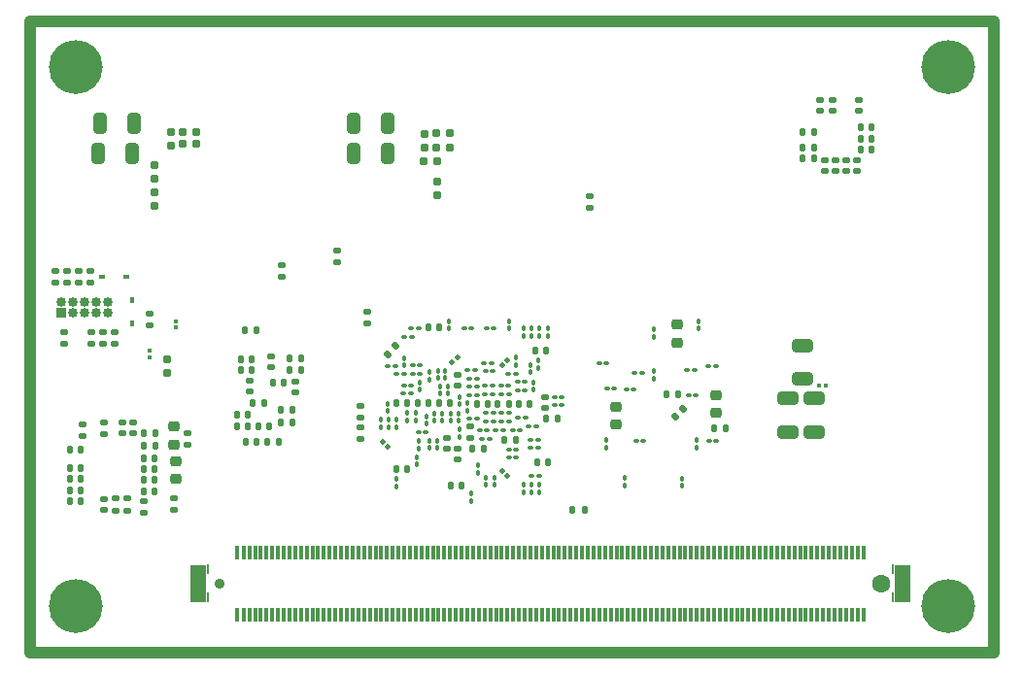
<source format=gbr>
%TF.GenerationSoftware,KiCad,Pcbnew,7.99.0-2419-g7f14b70ac3*%
%TF.CreationDate,2023-09-02T02:09:12+02:00*%
%TF.ProjectId,DQBSC,44514253-432e-46b6-9963-61645f706362,rev?*%
%TF.SameCoordinates,Original*%
%TF.FileFunction,Soldermask,Bot*%
%TF.FilePolarity,Negative*%
%FSLAX46Y46*%
G04 Gerber Fmt 4.6, Leading zero omitted, Abs format (unit mm)*
G04 Created by KiCad (PCBNEW 7.99.0-2419-g7f14b70ac3) date 2023-09-02 02:09:12*
%MOMM*%
%LPD*%
G01*
G04 APERTURE LIST*
G04 Aperture macros list*
%AMRoundRect*
0 Rectangle with rounded corners*
0 $1 Rounding radius*
0 $2 $3 $4 $5 $6 $7 $8 $9 X,Y pos of 4 corners*
0 Add a 4 corners polygon primitive as box body*
4,1,4,$2,$3,$4,$5,$6,$7,$8,$9,$2,$3,0*
0 Add four circle primitives for the rounded corners*
1,1,$1+$1,$2,$3*
1,1,$1+$1,$4,$5*
1,1,$1+$1,$6,$7*
1,1,$1+$1,$8,$9*
0 Add four rect primitives between the rounded corners*
20,1,$1+$1,$2,$3,$4,$5,0*
20,1,$1+$1,$4,$5,$6,$7,0*
20,1,$1+$1,$6,$7,$8,$9,0*
20,1,$1+$1,$8,$9,$2,$3,0*%
G04 Aperture macros list end*
%ADD10C,1.000000*%
%ADD11R,0.850000X0.850000*%
%ADD12O,0.850000X0.850000*%
%ADD13C,3.100000*%
%ADD14C,4.700000*%
%ADD15RoundRect,0.140000X-0.170000X0.140000X-0.170000X-0.140000X0.170000X-0.140000X0.170000X0.140000X0*%
%ADD16RoundRect,0.135000X-0.135000X-0.185000X0.135000X-0.185000X0.135000X0.185000X-0.135000X0.185000X0*%
%ADD17RoundRect,0.100000X0.130000X0.100000X-0.130000X0.100000X-0.130000X-0.100000X0.130000X-0.100000X0*%
%ADD18RoundRect,0.135000X-0.185000X0.135000X-0.185000X-0.135000X0.185000X-0.135000X0.185000X0.135000X0*%
%ADD19RoundRect,0.160000X-0.197500X-0.160000X0.197500X-0.160000X0.197500X0.160000X-0.197500X0.160000X0*%
%ADD20RoundRect,0.140000X0.140000X0.170000X-0.140000X0.170000X-0.140000X-0.170000X0.140000X-0.170000X0*%
%ADD21RoundRect,0.160000X0.197500X0.160000X-0.197500X0.160000X-0.197500X-0.160000X0.197500X-0.160000X0*%
%ADD22RoundRect,0.100000X0.100000X-0.130000X0.100000X0.130000X-0.100000X0.130000X-0.100000X-0.130000X0*%
%ADD23RoundRect,0.135000X0.135000X0.185000X-0.135000X0.185000X-0.135000X-0.185000X0.135000X-0.185000X0*%
%ADD24RoundRect,0.140000X-0.140000X-0.170000X0.140000X-0.170000X0.140000X0.170000X-0.140000X0.170000X0*%
%ADD25C,1.600000*%
%ADD26C,0.900000*%
%ADD27R,1.400000X3.300000*%
%ADD28R,0.250000X0.850000*%
%ADD29R,0.450000X1.200000*%
%ADD30R,0.300000X1.200000*%
%ADD31RoundRect,0.100000X-0.100000X0.130000X-0.100000X-0.130000X0.100000X-0.130000X0.100000X0.130000X0*%
%ADD32RoundRect,0.100000X-0.130000X-0.100000X0.130000X-0.100000X0.130000X0.100000X-0.130000X0.100000X0*%
%ADD33R,0.320000X0.360000*%
%ADD34RoundRect,0.135000X0.185000X-0.135000X0.185000X0.135000X-0.185000X0.135000X-0.185000X-0.135000X0*%
%ADD35RoundRect,0.140000X0.170000X-0.140000X0.170000X0.140000X-0.170000X0.140000X-0.170000X-0.140000X0*%
%ADD36RoundRect,0.225000X-0.250000X0.225000X-0.250000X-0.225000X0.250000X-0.225000X0.250000X0.225000X0*%
%ADD37RoundRect,0.250000X0.325000X0.650000X-0.325000X0.650000X-0.325000X-0.650000X0.325000X-0.650000X0*%
%ADD38RoundRect,0.160000X-0.160000X0.197500X-0.160000X-0.197500X0.160000X-0.197500X0.160000X0.197500X0*%
%ADD39RoundRect,0.218750X-0.256250X0.218750X-0.256250X-0.218750X0.256250X-0.218750X0.256250X0.218750X0*%
%ADD40RoundRect,0.160000X0.160000X-0.197500X0.160000X0.197500X-0.160000X0.197500X-0.160000X-0.197500X0*%
%ADD41RoundRect,0.250000X0.650000X-0.325000X0.650000X0.325000X-0.650000X0.325000X-0.650000X-0.325000X0*%
%ADD42RoundRect,0.100000X-0.021213X-0.162635X0.162635X0.021213X0.021213X0.162635X-0.162635X-0.021213X0*%
%ADD43R,0.600000X0.450000*%
%ADD44RoundRect,0.250000X-0.650000X0.325000X-0.650000X-0.325000X0.650000X-0.325000X0.650000X0.325000X0*%
%ADD45RoundRect,0.225000X0.250000X-0.225000X0.250000X0.225000X-0.250000X0.225000X-0.250000X-0.225000X0*%
%ADD46RoundRect,0.100000X-0.162635X0.021213X0.021213X-0.162635X0.162635X-0.021213X-0.021213X0.162635X0*%
%ADD47RoundRect,0.135000X0.035355X-0.226274X0.226274X-0.035355X-0.035355X0.226274X-0.226274X0.035355X0*%
%ADD48R,0.450000X0.600000*%
%ADD49R,0.360000X0.320000*%
%ADD50RoundRect,0.100000X0.162635X-0.021213X-0.021213X0.162635X-0.162635X0.021213X0.021213X-0.162635X0*%
G04 APERTURE END LIST*
D10*
X57565481Y-77545014D02*
X141565481Y-77545014D01*
X141565481Y-132545014D01*
X57565481Y-132545014D01*
X57565481Y-77545014D01*
D11*
%TO.C,J2*%
X60309281Y-102983614D03*
D12*
X60309281Y-101983614D03*
X61309281Y-102983614D03*
X61309281Y-101983614D03*
X62309281Y-102983614D03*
X62309281Y-101983614D03*
X63309281Y-102983614D03*
X63309281Y-101983614D03*
X64309281Y-102983614D03*
X64309281Y-101983614D03*
%TD*%
D13*
%TO.C,H3*%
X61565481Y-81545014D03*
D14*
X61565481Y-81545014D03*
%TD*%
D13*
%TO.C,H1*%
X137565481Y-81545014D03*
D14*
X137565481Y-81545014D03*
%TD*%
D13*
%TO.C,H2*%
X61565481Y-128545014D03*
D14*
X61565481Y-128545014D03*
%TD*%
D13*
%TO.C,H4*%
X137565481Y-128545014D03*
D14*
X137565481Y-128545014D03*
%TD*%
D15*
%TO.C,C104*%
X93893000Y-113869200D03*
X93893000Y-114829200D03*
%TD*%
D16*
%TO.C,R17*%
X80159481Y-107961014D03*
X81179481Y-107961014D03*
%TD*%
D17*
%TO.C,C178*%
X97913495Y-112433020D03*
X97273495Y-112433020D03*
%TD*%
D18*
%TO.C,R9*%
X86320000Y-111080400D03*
X86320000Y-112100400D03*
%TD*%
D19*
%TO.C,R20*%
X70816000Y-88226000D03*
X72011000Y-88226000D03*
%TD*%
D20*
%TO.C,C261*%
X125873462Y-88557528D03*
X124913462Y-88557528D03*
%TD*%
D21*
%TO.C,R35*%
X93041000Y-89750000D03*
X91846000Y-89750000D03*
%TD*%
D22*
%TO.C,C347*%
X101258715Y-104943790D03*
X101258715Y-104303790D03*
%TD*%
D23*
%TO.C,R18*%
X79260000Y-114225000D03*
X78240000Y-114225000D03*
%TD*%
D24*
%TO.C,C185*%
X77445000Y-112825000D03*
X78405000Y-112825000D03*
%TD*%
D17*
%TO.C,C172*%
X99911205Y-115569920D03*
X99271205Y-115569920D03*
%TD*%
D15*
%TO.C,C266*%
X129643462Y-89627528D03*
X129643462Y-90587528D03*
%TD*%
D18*
%TO.C,R62*%
X84352481Y-97545014D03*
X84352481Y-98565014D03*
%TD*%
D22*
%TO.C,C131*%
X92068000Y-112619200D03*
X92068000Y-111979200D03*
%TD*%
%TO.C,C175*%
X99921405Y-107494585D03*
X99921405Y-106854585D03*
%TD*%
D25*
%TO.C,J1*%
X131765481Y-126545014D03*
D26*
X74065481Y-126545014D03*
D27*
X133615481Y-126545014D03*
D28*
X132790481Y-125320014D03*
X132790481Y-127770014D03*
D27*
X72215481Y-126545014D03*
D28*
X73040481Y-125320014D03*
X73040481Y-127770014D03*
D29*
X75590481Y-123845014D03*
D30*
X76165481Y-123845014D03*
X76665481Y-123845014D03*
X77165481Y-123845014D03*
X77665481Y-123845014D03*
X78165481Y-123845014D03*
X78665481Y-123845014D03*
X79165481Y-123845014D03*
X79665481Y-123845014D03*
X80165481Y-123845014D03*
X80665481Y-123845014D03*
X81165481Y-123845014D03*
X81665481Y-123845014D03*
X82165481Y-123845014D03*
X82665481Y-123845014D03*
X83165481Y-123845014D03*
X83665481Y-123845014D03*
X84165481Y-123845014D03*
X84665481Y-123845014D03*
X85165481Y-123845014D03*
X85665481Y-123845014D03*
X86165481Y-123845014D03*
X86665481Y-123845014D03*
X87165481Y-123845014D03*
X87665481Y-123845014D03*
X88165481Y-123845014D03*
X88665481Y-123845014D03*
X89165481Y-123845014D03*
X89665481Y-123845014D03*
X90165481Y-123845014D03*
X90665481Y-123845014D03*
X91165481Y-123845014D03*
X91665481Y-123845014D03*
X92165481Y-123845014D03*
X92665481Y-123845014D03*
X93165481Y-123845014D03*
X93665481Y-123845014D03*
X94165481Y-123845014D03*
X94665481Y-123845014D03*
X95165481Y-123845014D03*
X95665481Y-123845014D03*
X96165481Y-123845014D03*
X96665481Y-123845014D03*
X97165481Y-123845014D03*
X97665481Y-123845014D03*
X98165481Y-123845014D03*
X98665481Y-123845014D03*
X99165481Y-123845014D03*
X99665481Y-123845014D03*
X100165481Y-123845014D03*
X100665481Y-123845014D03*
X101165481Y-123845014D03*
X101665481Y-123845014D03*
X102165481Y-123845014D03*
X102665481Y-123845014D03*
X103165481Y-123845014D03*
X103665481Y-123845014D03*
X104165481Y-123845014D03*
X104665481Y-123845014D03*
X105165481Y-123845014D03*
X105665481Y-123845014D03*
X106165481Y-123845014D03*
X106665481Y-123845014D03*
X107165481Y-123845014D03*
X107665481Y-123845014D03*
X108165481Y-123845014D03*
X108665481Y-123845014D03*
X109165481Y-123845014D03*
X109665481Y-123845014D03*
X110165481Y-123845014D03*
X110665481Y-123845014D03*
X111165481Y-123845014D03*
X111665481Y-123845014D03*
X112165481Y-123845014D03*
X112665481Y-123845014D03*
X113165481Y-123845014D03*
X113665481Y-123845014D03*
X114165481Y-123845014D03*
X114665481Y-123845014D03*
X115165481Y-123845014D03*
X115665481Y-123845014D03*
X116165481Y-123845014D03*
X116665481Y-123845014D03*
X117165481Y-123845014D03*
X117665481Y-123845014D03*
X118165481Y-123845014D03*
X118665481Y-123845014D03*
X119165481Y-123845014D03*
X119665481Y-123845014D03*
X120165481Y-123845014D03*
X120665481Y-123845014D03*
X121165481Y-123845014D03*
X121665481Y-123845014D03*
X122165481Y-123845014D03*
X122665481Y-123845014D03*
X123165481Y-123845014D03*
X123665481Y-123845014D03*
X124165481Y-123845014D03*
X124665481Y-123845014D03*
X125165481Y-123845014D03*
X125665481Y-123845014D03*
X126165481Y-123845014D03*
X126665481Y-123845014D03*
X127165481Y-123845014D03*
X127665481Y-123845014D03*
X128165481Y-123845014D03*
X128665481Y-123845014D03*
X129165481Y-123845014D03*
X129665481Y-123845014D03*
D29*
X130240481Y-123845014D03*
X75590481Y-129245014D03*
D30*
X76165481Y-129245014D03*
X76665481Y-129245014D03*
X77165481Y-129245014D03*
X77665481Y-129245014D03*
X78165481Y-129245014D03*
X78665481Y-129245014D03*
X79165481Y-129245014D03*
X79665481Y-129245014D03*
X80165481Y-129245014D03*
X80665481Y-129245014D03*
X81165481Y-129245014D03*
X81665481Y-129245014D03*
X82165481Y-129245014D03*
X82665481Y-129245014D03*
X83165481Y-129245014D03*
X83665481Y-129245014D03*
X84165481Y-129245014D03*
X84665481Y-129245014D03*
X85165481Y-129245014D03*
X85665481Y-129245014D03*
X86165481Y-129245014D03*
X86665481Y-129245014D03*
X87165481Y-129245014D03*
X87665481Y-129245014D03*
X88165481Y-129245014D03*
X88665481Y-129245014D03*
X89165481Y-129245014D03*
X89665481Y-129245014D03*
X90165481Y-129245014D03*
X90665481Y-129245014D03*
X91165481Y-129245014D03*
X91665481Y-129245014D03*
X92165481Y-129245014D03*
X92665481Y-129245014D03*
X93165481Y-129245014D03*
X93665481Y-129245014D03*
X94165481Y-129245014D03*
X94665481Y-129245014D03*
X95165481Y-129245014D03*
X95665481Y-129245014D03*
X96165481Y-129245014D03*
X96665481Y-129245014D03*
X97165481Y-129245014D03*
X97665481Y-129245014D03*
X98165481Y-129245014D03*
X98665481Y-129245014D03*
X99165481Y-129245014D03*
X99665481Y-129245014D03*
X100165481Y-129245014D03*
X100665481Y-129245014D03*
X101165481Y-129245014D03*
X101665481Y-129245014D03*
X102165481Y-129245014D03*
X102665481Y-129245014D03*
X103165481Y-129245014D03*
X103665481Y-129245014D03*
X104165481Y-129245014D03*
X104665481Y-129245014D03*
X105165481Y-129245014D03*
X105665481Y-129245014D03*
X106165481Y-129245014D03*
X106665481Y-129245014D03*
X107165481Y-129245014D03*
X107665481Y-129245014D03*
X108165481Y-129245014D03*
X108665481Y-129245014D03*
X109165481Y-129245014D03*
X109665481Y-129245014D03*
X110165481Y-129245014D03*
X110665481Y-129245014D03*
X111165481Y-129245014D03*
X111665481Y-129245014D03*
X112165481Y-129245014D03*
X112665481Y-129245014D03*
X113165481Y-129245014D03*
X113665481Y-129245014D03*
X114165481Y-129245014D03*
X114665481Y-129245014D03*
X115165481Y-129245014D03*
X115665481Y-129245014D03*
X116165481Y-129245014D03*
X116665481Y-129245014D03*
X117165481Y-129245014D03*
X117665481Y-129245014D03*
X118165481Y-129245014D03*
X118665481Y-129245014D03*
X119165481Y-129245014D03*
X119665481Y-129245014D03*
X120165481Y-129245014D03*
X120665481Y-129245014D03*
X121165481Y-129245014D03*
X121665481Y-129245014D03*
X122165481Y-129245014D03*
X122665481Y-129245014D03*
X123165481Y-129245014D03*
X123665481Y-129245014D03*
X124165481Y-129245014D03*
X124665481Y-129245014D03*
X125165481Y-129245014D03*
X125665481Y-129245014D03*
X126165481Y-129245014D03*
X126665481Y-129245014D03*
X127165481Y-129245014D03*
X127665481Y-129245014D03*
X128165481Y-129245014D03*
X128665481Y-129245014D03*
X129165481Y-129245014D03*
X129665481Y-129245014D03*
D29*
X130240481Y-129245014D03*
%TD*%
D22*
%TO.C,C206*%
X101167910Y-108138475D03*
X101167910Y-107498475D03*
%TD*%
D18*
%TO.C,R3*%
X86920000Y-102845400D03*
X86920000Y-103865400D03*
%TD*%
D20*
%TO.C,C310*%
X68395481Y-115645014D03*
X67435481Y-115645014D03*
%TD*%
D31*
%TO.C,C169*%
X93068000Y-114104200D03*
X93068000Y-114744200D03*
%TD*%
D32*
%TO.C,C246*%
X95855921Y-110113683D03*
X96495921Y-110113683D03*
%TD*%
D17*
%TO.C,C366*%
X91535481Y-107545014D03*
X90895481Y-107545014D03*
%TD*%
D33*
%TO.C,C357*%
X68015481Y-106245014D03*
X68015481Y-106805014D03*
%TD*%
D17*
%TO.C,C173*%
X100695430Y-108982430D03*
X100055430Y-108982430D03*
%TD*%
D34*
%TO.C,R47*%
X66043462Y-120180028D03*
X66043462Y-119160028D03*
%TD*%
%TO.C,R76*%
X60565481Y-105653614D03*
X60565481Y-104633614D03*
%TD*%
D35*
%TO.C,C268*%
X129793462Y-85350028D03*
X129793462Y-84390028D03*
%TD*%
D32*
%TO.C,C352*%
X90175481Y-105045014D03*
X90815481Y-105045014D03*
%TD*%
%TO.C,C207*%
X101285425Y-117212665D03*
X101925425Y-117212665D03*
%TD*%
D24*
%TO.C,C339*%
X61010481Y-114920014D03*
X61970481Y-114920014D03*
%TD*%
D17*
%TO.C,C201*%
X101826365Y-114026235D03*
X101186365Y-114026235D03*
%TD*%
D36*
%TO.C,C302*%
X108637513Y-111151881D03*
X108637513Y-112701881D03*
%TD*%
D32*
%TO.C,C362*%
X89495481Y-108295014D03*
X90135481Y-108295014D03*
%TD*%
D22*
%TO.C,C348*%
X100557040Y-104943790D03*
X100557040Y-104303790D03*
%TD*%
%TO.C,C181*%
X94191800Y-112362632D03*
X94191800Y-111722632D03*
%TD*%
%TO.C,C296*%
X111883000Y-105024200D03*
X111883000Y-104384200D03*
%TD*%
%TO.C,C297*%
X114373000Y-118034200D03*
X114373000Y-117394200D03*
%TD*%
%TO.C,C249*%
X94903000Y-112365109D03*
X94903000Y-111725109D03*
%TD*%
D31*
%TO.C,C367*%
X96015481Y-118700014D03*
X96015481Y-119340014D03*
%TD*%
D22*
%TO.C,C338*%
X91190481Y-112345014D03*
X91190481Y-111705014D03*
%TD*%
D23*
%TO.C,R83*%
X78005000Y-110830400D03*
X76985000Y-110830400D03*
%TD*%
D17*
%TO.C,C91*%
X96489301Y-112193369D03*
X95849301Y-112193369D03*
%TD*%
D35*
%TO.C,C84*%
X94812400Y-109327600D03*
X94812400Y-108367600D03*
%TD*%
D37*
%TO.C,C11*%
X88720000Y-86455400D03*
X85770000Y-86455400D03*
%TD*%
D20*
%TO.C,C110*%
X102547705Y-106274790D03*
X101587705Y-106274790D03*
%TD*%
D37*
%TO.C,C76*%
X88720000Y-89055400D03*
X85770000Y-89055400D03*
%TD*%
D17*
%TO.C,C174*%
X99919460Y-114868245D03*
X99279460Y-114868245D03*
%TD*%
D31*
%TO.C,C365*%
X88115481Y-112300014D03*
X88115481Y-112940014D03*
%TD*%
D17*
%TO.C,C89*%
X90762030Y-109295290D03*
X90122030Y-109295290D03*
%TD*%
D32*
%TO.C,C114*%
X95700481Y-107970014D03*
X96340481Y-107970014D03*
%TD*%
D24*
%TO.C,C245*%
X78720000Y-109025000D03*
X79680000Y-109025000D03*
%TD*%
D22*
%TO.C,C203*%
X101952135Y-104952045D03*
X101952135Y-104312045D03*
%TD*%
D17*
%TO.C,C176*%
X99894695Y-108255990D03*
X99254695Y-108255990D03*
%TD*%
%TO.C,C170*%
X97863965Y-110047325D03*
X97223965Y-110047325D03*
%TD*%
D15*
%TO.C,C189*%
X76700000Y-108845000D03*
X76700000Y-109805000D03*
%TD*%
D17*
%TO.C,C132*%
X92038000Y-113374200D03*
X91398000Y-113374200D03*
%TD*%
D31*
%TO.C,C200*%
X101250460Y-117957560D03*
X101250460Y-118597560D03*
%TD*%
D17*
%TO.C,C346*%
X100695430Y-109684105D03*
X100055430Y-109684105D03*
%TD*%
D15*
%TO.C,C263*%
X126793462Y-89627528D03*
X126793462Y-90587528D03*
%TD*%
D35*
%TO.C,C97*%
X95894089Y-113851184D03*
X95894089Y-112891184D03*
%TD*%
D31*
%TO.C,C248*%
X92769400Y-111724400D03*
X92769400Y-112364400D03*
%TD*%
D20*
%TO.C,C262*%
X125873462Y-89507528D03*
X124913462Y-89507528D03*
%TD*%
D22*
%TO.C,C337*%
X90390481Y-112315014D03*
X90390481Y-111675014D03*
%TD*%
D38*
%TO.C,C354*%
X69525481Y-107012514D03*
X69525481Y-108207514D03*
%TD*%
D16*
%TO.C,R16*%
X79440000Y-112525000D03*
X80460000Y-112525000D03*
%TD*%
D31*
%TO.C,C94*%
X91535800Y-109004800D03*
X91535800Y-109644800D03*
%TD*%
D39*
%TO.C,FB4*%
X70095481Y-112887514D03*
X70095481Y-114462514D03*
%TD*%
D40*
%TO.C,R21*%
X68395000Y-93605400D03*
X68395000Y-92410400D03*
%TD*%
D24*
%TO.C,C188*%
X79450000Y-111425000D03*
X80410000Y-111425000D03*
%TD*%
D37*
%TO.C,C72*%
X66620000Y-86455400D03*
X63670000Y-86455400D03*
%TD*%
D35*
%TO.C,C258*%
X127493462Y-85350028D03*
X127493462Y-84390028D03*
%TD*%
D33*
%TO.C,C358*%
X70290481Y-103690014D03*
X70290481Y-104250014D03*
%TD*%
D20*
%TO.C,C332*%
X68445481Y-113445014D03*
X67485481Y-113445014D03*
%TD*%
D41*
%TO.C,C55*%
X125893462Y-113345028D03*
X125893462Y-110395028D03*
%TD*%
D32*
%TO.C,C215*%
X97134000Y-107369000D03*
X97774000Y-107369000D03*
%TD*%
D31*
%TO.C,C124*%
X91265481Y-115550014D03*
X91265481Y-116190014D03*
%TD*%
D15*
%TO.C,C329*%
X70065481Y-119160014D03*
X70065481Y-120120014D03*
%TD*%
D24*
%TO.C,C269*%
X129913462Y-88707528D03*
X130873462Y-88707528D03*
%TD*%
D19*
%TO.C,R33*%
X92951500Y-88569500D03*
X94146500Y-88569500D03*
%TD*%
D22*
%TO.C,C298*%
X109383000Y-118024200D03*
X109383000Y-117384200D03*
%TD*%
D24*
%TO.C,C334*%
X61010481Y-118445014D03*
X61970481Y-118445014D03*
%TD*%
D20*
%TO.C,C86*%
X92273683Y-110847139D03*
X91313683Y-110847139D03*
%TD*%
D31*
%TO.C,C364*%
X89515481Y-112275014D03*
X89515481Y-112915014D03*
%TD*%
D19*
%TO.C,C59*%
X70816000Y-87226000D03*
X72011000Y-87226000D03*
%TD*%
D32*
%TO.C,C305*%
X110373000Y-114094200D03*
X111013000Y-114094200D03*
%TD*%
D24*
%TO.C,C139*%
X92260481Y-104245014D03*
X93220481Y-104245014D03*
%TD*%
D20*
%TO.C,C326*%
X68445481Y-114545014D03*
X67485481Y-114545014D03*
%TD*%
D42*
%TO.C,C134*%
X94339207Y-107296288D03*
X94791755Y-106843740D03*
%TD*%
D31*
%TO.C,C257*%
X95684181Y-110840157D03*
X95684181Y-111480157D03*
%TD*%
D22*
%TO.C,C100*%
X94953800Y-113786800D03*
X94953800Y-113146800D03*
%TD*%
D17*
%TO.C,C179*%
X99292080Y-111698325D03*
X98652080Y-111698325D03*
%TD*%
D35*
%TO.C,C343*%
X64015481Y-120130028D03*
X64015481Y-119170028D03*
%TD*%
D15*
%TO.C,C331*%
X65590481Y-112515014D03*
X65590481Y-113475014D03*
%TD*%
D32*
%TO.C,C320*%
X98635570Y-110063835D03*
X99275570Y-110063835D03*
%TD*%
D24*
%TO.C,C105*%
X98326980Y-110881080D03*
X99286980Y-110881080D03*
%TD*%
D22*
%TO.C,C209*%
X102662065Y-104952045D03*
X102662065Y-104312045D03*
%TD*%
D18*
%TO.C,R8*%
X67964600Y-103023600D03*
X67964600Y-104043600D03*
%TD*%
D20*
%TO.C,C183*%
X76530000Y-111875000D03*
X75570000Y-111875000D03*
%TD*%
D35*
%TO.C,C271*%
X126368462Y-85380028D03*
X126368462Y-84420028D03*
%TD*%
D22*
%TO.C,C133*%
X89515481Y-118065014D03*
X89515481Y-117425014D03*
%TD*%
D17*
%TO.C,C247*%
X97385175Y-113208990D03*
X96745175Y-113208990D03*
%TD*%
D35*
%TO.C,C324*%
X67465481Y-120375014D03*
X67465481Y-119415014D03*
%TD*%
D17*
%TO.C,C115*%
X97960481Y-104320014D03*
X97320481Y-104320014D03*
%TD*%
D15*
%TO.C,C333*%
X62165481Y-112715014D03*
X62165481Y-113675014D03*
%TD*%
D17*
%TO.C,C211*%
X101834620Y-114744420D03*
X101194620Y-114744420D03*
%TD*%
D32*
%TO.C,C369*%
X88745481Y-107570014D03*
X89385481Y-107570014D03*
%TD*%
D23*
%TO.C,R59*%
X103528281Y-112136614D03*
X102508281Y-112136614D03*
%TD*%
D18*
%TO.C,R7*%
X106344000Y-92762000D03*
X106344000Y-93782000D03*
%TD*%
D15*
%TO.C,C7*%
X94826800Y-114764800D03*
X94826800Y-115724800D03*
%TD*%
D22*
%TO.C,C306*%
X115673000Y-114694200D03*
X115673000Y-114054200D03*
%TD*%
D43*
%TO.C,D1*%
X63829281Y-99803614D03*
X65929281Y-99803614D03*
%TD*%
D24*
%TO.C,C111*%
X100151335Y-110917414D03*
X101111335Y-110917414D03*
%TD*%
D34*
%TO.C,R10*%
X86320000Y-113950400D03*
X86320000Y-112930400D03*
%TD*%
D44*
%TO.C,C56*%
X124878462Y-105795028D03*
X124878462Y-108745028D03*
%TD*%
D32*
%TO.C,C315*%
X103265481Y-110995014D03*
X103905481Y-110995014D03*
%TD*%
D31*
%TO.C,C351*%
X88690481Y-110875014D03*
X88690481Y-111515014D03*
%TD*%
D22*
%TO.C,C95*%
X93999600Y-110000400D03*
X93999600Y-109360400D03*
%TD*%
D20*
%TO.C,C325*%
X68395481Y-117545014D03*
X67435481Y-117545014D03*
%TD*%
D18*
%TO.C,R74*%
X61779281Y-99313614D03*
X61779281Y-100333614D03*
%TD*%
D32*
%TO.C,C190*%
X98660335Y-112424765D03*
X99300335Y-112424765D03*
%TD*%
D24*
%TO.C,C186*%
X76370000Y-114225000D03*
X77330000Y-114225000D03*
%TD*%
D16*
%TO.C,R63*%
X113032863Y-110064729D03*
X114052863Y-110064729D03*
%TD*%
D17*
%TO.C,C250*%
X96484573Y-108666740D03*
X95844573Y-108666740D03*
%TD*%
D31*
%TO.C,C93*%
X93741052Y-108000546D03*
X93741052Y-108640546D03*
%TD*%
D16*
%TO.C,R15*%
X76307230Y-104502528D03*
X77327230Y-104502528D03*
%TD*%
D20*
%TO.C,C311*%
X68395481Y-116595014D03*
X67435481Y-116595014D03*
%TD*%
D24*
%TO.C,C85*%
X93167867Y-110864632D03*
X94127867Y-110864632D03*
%TD*%
D31*
%TO.C,C208*%
X101423853Y-109018744D03*
X101423853Y-109658744D03*
%TD*%
D32*
%TO.C,C323*%
X101037775Y-112821005D03*
X101677775Y-112821005D03*
%TD*%
D34*
%TO.C,R79*%
X64921481Y-105643614D03*
X64921481Y-104623614D03*
%TD*%
D17*
%TO.C,C218*%
X117373000Y-114154200D03*
X116733000Y-114154200D03*
%TD*%
D41*
%TO.C,C48*%
X123593462Y-113345028D03*
X123593462Y-110395028D03*
%TD*%
D32*
%TO.C,C304*%
X109543000Y-109614200D03*
X110183000Y-109614200D03*
%TD*%
D40*
%TO.C,C60*%
X69813500Y-88423500D03*
X69813500Y-87228500D03*
%TD*%
D23*
%TO.C,R60*%
X118209481Y-113051014D03*
X117189481Y-113051014D03*
%TD*%
D22*
%TO.C,C359*%
X90165481Y-107540014D03*
X90165481Y-106900014D03*
%TD*%
D34*
%TO.C,R78*%
X63905481Y-105643614D03*
X63905481Y-104623614D03*
%TD*%
D15*
%TO.C,C265*%
X128693462Y-89627528D03*
X128693462Y-90587528D03*
%TD*%
D45*
%TO.C,C301*%
X113989400Y-105553200D03*
X113989400Y-104003200D03*
%TD*%
D24*
%TO.C,C243*%
X75945000Y-107925000D03*
X76905000Y-107925000D03*
%TD*%
D17*
%TO.C,C217*%
X117303000Y-107624200D03*
X116663000Y-107624200D03*
%TD*%
%TO.C,C90*%
X90758583Y-110002538D03*
X90118583Y-110002538D03*
%TD*%
D24*
%TO.C,C109*%
X101744550Y-116023945D03*
X102704550Y-116023945D03*
%TD*%
D22*
%TO.C,C254*%
X94951837Y-110927400D03*
X94951837Y-110287400D03*
%TD*%
D18*
%TO.C,R75*%
X62779281Y-99313614D03*
X62779281Y-100333614D03*
%TD*%
D36*
%TO.C,C292*%
X117371902Y-110152112D03*
X117371902Y-111702112D03*
%TD*%
D46*
%TO.C,C123*%
X98689207Y-116718740D03*
X99141755Y-117171288D03*
%TD*%
D31*
%TO.C,C350*%
X88815481Y-112275014D03*
X88815481Y-112915014D03*
%TD*%
%TO.C,C252*%
X93480600Y-111725742D03*
X93480600Y-112365742D03*
%TD*%
D34*
%TO.C,R77*%
X62929281Y-105643614D03*
X62929281Y-104623614D03*
%TD*%
D32*
%TO.C,C363*%
X90895481Y-108270014D03*
X91535481Y-108270014D03*
%TD*%
D20*
%TO.C,C260*%
X125873462Y-87207528D03*
X124913462Y-87207528D03*
%TD*%
D31*
%TO.C,C336*%
X101869585Y-107118745D03*
X101869585Y-107758745D03*
%TD*%
D47*
%TO.C,R41*%
X88720000Y-106580400D03*
X89441248Y-105859152D03*
%TD*%
D32*
%TO.C,C210*%
X100071940Y-112127585D03*
X100711940Y-112127585D03*
%TD*%
D24*
%TO.C,C340*%
X61010481Y-117435014D03*
X61970481Y-117435014D03*
%TD*%
D31*
%TO.C,C293*%
X107813000Y-114074200D03*
X107813000Y-114714200D03*
%TD*%
D24*
%TO.C,C102*%
X96124800Y-114787600D03*
X97084800Y-114787600D03*
%TD*%
D31*
%TO.C,C202*%
X100548785Y-117957560D03*
X100548785Y-118597560D03*
%TD*%
D22*
%TO.C,C307*%
X111933000Y-108704200D03*
X111933000Y-108064200D03*
%TD*%
D31*
%TO.C,C121*%
X96590481Y-116275014D03*
X96590481Y-116915014D03*
%TD*%
D24*
%TO.C,C259*%
X129913462Y-86807528D03*
X130873462Y-86807528D03*
%TD*%
D40*
%TO.C,R22*%
X68395000Y-91277900D03*
X68395000Y-90082900D03*
%TD*%
D31*
%TO.C,C128*%
X92368000Y-114104200D03*
X92368000Y-114744200D03*
%TD*%
D32*
%TO.C,C251*%
X95828870Y-109378670D03*
X96468870Y-109378670D03*
%TD*%
%TO.C,C300*%
X114963000Y-110124200D03*
X115603000Y-110124200D03*
%TD*%
D17*
%TO.C,C345*%
X100274425Y-113225500D03*
X99634425Y-113225500D03*
%TD*%
D35*
%TO.C,C112*%
X102408681Y-111245014D03*
X102408681Y-110285014D03*
%TD*%
D24*
%TO.C,C122*%
X94210481Y-118020014D03*
X95170481Y-118020014D03*
%TD*%
D18*
%TO.C,R80*%
X60779281Y-99313614D03*
X60779281Y-100333614D03*
%TD*%
D24*
%TO.C,C335*%
X61010481Y-119370014D03*
X61970481Y-119370014D03*
%TD*%
D48*
%TO.C,D2*%
X66445481Y-101814214D03*
X66445481Y-103914214D03*
%TD*%
D32*
%TO.C,C303*%
X107833000Y-109514200D03*
X108473000Y-109514200D03*
%TD*%
D34*
%TO.C,R61*%
X79526481Y-99835014D03*
X79526481Y-98815014D03*
%TD*%
D32*
%TO.C,C167*%
X110233000Y-108194200D03*
X110873000Y-108194200D03*
%TD*%
%TO.C,C177*%
X97273495Y-111706580D03*
X97913495Y-111706580D03*
%TD*%
%TO.C,C214*%
X95395481Y-104320014D03*
X96035481Y-104320014D03*
%TD*%
%TO.C,C294*%
X107143000Y-107384200D03*
X107783000Y-107384200D03*
%TD*%
D15*
%TO.C,C344*%
X66565481Y-112515014D03*
X66565481Y-113475014D03*
%TD*%
D32*
%TO.C,C204*%
X103246481Y-110295014D03*
X103886481Y-110295014D03*
%TD*%
D31*
%TO.C,C116*%
X99270000Y-103690400D03*
X99270000Y-104330400D03*
%TD*%
D15*
%TO.C,C264*%
X127743462Y-89627528D03*
X127743462Y-90587528D03*
%TD*%
D20*
%TO.C,C83*%
X90426706Y-110837857D03*
X89466706Y-110837857D03*
%TD*%
D23*
%TO.C,R19*%
X81179481Y-106945014D03*
X80159481Y-106945014D03*
%TD*%
D22*
%TO.C,C130*%
X91468000Y-114769200D03*
X91468000Y-114129200D03*
%TD*%
D34*
%TO.C,R48*%
X65043462Y-120180028D03*
X65043462Y-119160028D03*
%TD*%
D40*
%TO.C,C64*%
X91898000Y-88532000D03*
X91898000Y-87337000D03*
%TD*%
D32*
%TO.C,C101*%
X96959805Y-113968450D03*
X97599805Y-113968450D03*
%TD*%
D31*
%TO.C,C360*%
X98015481Y-117325014D03*
X98015481Y-117965014D03*
%TD*%
D20*
%TO.C,C106*%
X97446115Y-110914100D03*
X96486115Y-110914100D03*
%TD*%
D17*
%TO.C,C199*%
X99259060Y-109329140D03*
X98619060Y-109329140D03*
%TD*%
%TO.C,C361*%
X91410481Y-104295014D03*
X90770481Y-104295014D03*
%TD*%
D24*
%TO.C,C341*%
X61010481Y-116515014D03*
X61970481Y-116515014D03*
%TD*%
D35*
%TO.C,C330*%
X71315481Y-114425014D03*
X71315481Y-113465014D03*
%TD*%
D21*
%TO.C,C63*%
X94146500Y-87299500D03*
X92951500Y-87299500D03*
%TD*%
D40*
%TO.C,R34*%
X93041000Y-92723000D03*
X93041000Y-91528000D03*
%TD*%
D32*
%TO.C,C118*%
X97235600Y-108054800D03*
X97875600Y-108054800D03*
%TD*%
D24*
%TO.C,C267*%
X129913462Y-87807528D03*
X130873462Y-87807528D03*
%TD*%
D32*
%TO.C,C171*%
X97190945Y-109329140D03*
X97830945Y-109329140D03*
%TD*%
D20*
%TO.C,C108*%
X99856575Y-114042745D03*
X98896575Y-114042745D03*
%TD*%
D32*
%TO.C,C166*%
X114833000Y-107934200D03*
X115473000Y-107934200D03*
%TD*%
D22*
%TO.C,C213*%
X94015481Y-104340014D03*
X94015481Y-103700014D03*
%TD*%
D49*
%TO.C,C50*%
X126873462Y-109270028D03*
X126313462Y-109270028D03*
%TD*%
D31*
%TO.C,C87*%
X93288400Y-109378119D03*
X93288400Y-110018119D03*
%TD*%
D50*
%TO.C,C212*%
X88741755Y-114646288D03*
X88289207Y-114193740D03*
%TD*%
D20*
%TO.C,C274*%
X68395481Y-118495014D03*
X67435481Y-118495014D03*
%TD*%
D39*
%TO.C,FB2*%
X70243462Y-115882528D03*
X70243462Y-117457528D03*
%TD*%
D24*
%TO.C,C244*%
X75920000Y-106975000D03*
X76880000Y-106975000D03*
%TD*%
D17*
%TO.C,C319*%
X98801891Y-113213067D03*
X98161891Y-113213067D03*
%TD*%
D18*
%TO.C,R73*%
X59779281Y-99313614D03*
X59779281Y-100333614D03*
%TD*%
D35*
%TO.C,C182*%
X78600000Y-107705000D03*
X78600000Y-106745000D03*
%TD*%
D16*
%TO.C,R4*%
X104850000Y-120103000D03*
X105870000Y-120103000D03*
%TD*%
D42*
%TO.C,C117*%
X98675526Y-107519074D03*
X99128074Y-107066526D03*
%TD*%
D20*
%TO.C,C120*%
X90425481Y-116545014D03*
X89465481Y-116545014D03*
%TD*%
D22*
%TO.C,C205*%
X101968645Y-118597560D03*
X101968645Y-117957560D03*
%TD*%
D15*
%TO.C,C342*%
X64015481Y-112540014D03*
X64015481Y-113500014D03*
%TD*%
D31*
%TO.C,C96*%
X92323200Y-108115800D03*
X92323200Y-108755800D03*
%TD*%
D22*
%TO.C,C349*%
X97290481Y-117965014D03*
X97290481Y-117325014D03*
%TD*%
D37*
%TO.C,C79*%
X66445000Y-89055400D03*
X63495000Y-89055400D03*
%TD*%
D31*
%TO.C,C92*%
X93085200Y-107988800D03*
X93085200Y-108628800D03*
%TD*%
D20*
%TO.C,C184*%
X76530000Y-112825000D03*
X75570000Y-112825000D03*
%TD*%
D47*
%TO.C,R64*%
X113746386Y-112039795D03*
X114467634Y-111318547D03*
%TD*%
D31*
%TO.C,C299*%
X115803000Y-103684200D03*
X115803000Y-104324200D03*
%TD*%
D35*
%TO.C,C187*%
X80650000Y-109905000D03*
X80650000Y-108945000D03*
%TD*%
M02*

</source>
